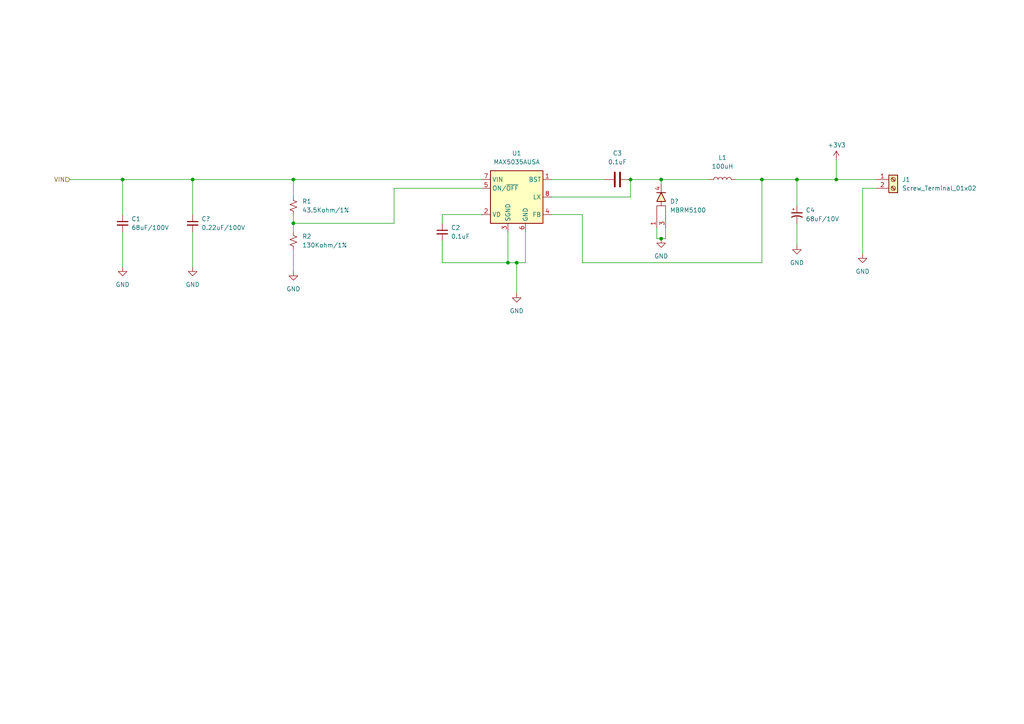
<source format=kicad_sch>
(kicad_sch (version 20210621) (generator eeschema)
  (paper "A4")
  (lib_symbols
    (symbol "Connector:Screw_Terminal_01x02" (pin_names (offset 1.016) hide)
      (property "Reference" "J" (at 0 2.54 0))
      (property "Value" "Screw_Terminal_01x02" (at 0 -5.08 0))
      (symbol "Screw_Terminal_01x02_1_1"
        (circle (center 0 -2.54) (radius 0.635) (stroke (width 0.1524)))
        (circle (center 0 0) (radius 0.635) (stroke (width 0.1524)))
        (rectangle (start -1.27 1.27) (end 1.27 -3.81) (stroke (width 0.254)) (fill (type background)))
        (polyline (pts (xy -0.5334 -2.2098) (xy 0.3302 -3.048)) (stroke (width 0.1524)))
        (polyline (pts (xy -0.5334 0.3302) (xy 0.3302 -0.508)) (stroke (width 0.1524)))
        (polyline (pts (xy -0.3556 -2.032) (xy 0.508 -2.8702)) (stroke (width 0.1524)))
        (polyline (pts (xy -0.3556 0.508) (xy 0.508 -0.3302)) (stroke (width 0.1524)))
        (pin passive line (at -5.08 0 0) (length 3.81) (name "Pin_1") (number "1"))
        (pin passive line (at -5.08 -2.54 0) (length 3.81) (name "Pin_2") (number "2"))
      )
    )
    (symbol "Device:C" (pin_numbers hide) (pin_names (offset 0.254))
      (property "Reference" "C" (at 0.635 2.54 0))
      (property "Value" "C" (at 0.635 -2.54 0))
      (symbol "C_0_1"
        (polyline (pts (xy -2.032 -0.762) (xy 2.032 -0.762)) (stroke (width 0.508)))
        (polyline (pts (xy -2.032 0.762) (xy 2.032 0.762)) (stroke (width 0.508)))
      )
      (symbol "C_1_1"
        (pin passive line (at 0 3.81 270) (length 2.794) (name "~") (number "1"))
        (pin passive line (at 0 -3.81 90) (length 2.794) (name "~") (number "2"))
      )
    )
    (symbol "Device:C_Polarized_Small_US" (pin_numbers hide) (pin_names (offset 0.254) hide)
      (property "Reference" "C" (at 0.254 1.778 0))
      (property "Value" "C_Polarized_Small_US" (at 0.254 -2.032 0))
      (symbol "C_Polarized_Small_US_0_1"
        (arc (start -1.524 -0.762) (end 1.524 -0.762) (radius (at 0 -3.556) (length 3.175) (angles 118.6 61.4)) (stroke (width 0.3048)))
        (polyline (pts (xy -1.524 0.508) (xy 1.524 0.508)) (stroke (width 0.3048)))
        (polyline (pts (xy -1.27 1.524) (xy -0.762 1.524)))
        (polyline (pts (xy -1.016 1.27) (xy -1.016 1.778)))
      )
      (symbol "C_Polarized_Small_US_1_1"
        (pin passive line (at 0 2.54 270) (length 2.032) (name "~") (number "1"))
        (pin passive line (at 0 -2.54 90) (length 2.032) (name "~") (number "2"))
      )
    )
    (symbol "Device:C_Small" (pin_numbers hide) (pin_names (offset 0.254) hide)
      (property "Reference" "C" (at 0.254 1.778 0))
      (property "Value" "C_Small" (at 0.254 -2.032 0))
      (symbol "C_Small_0_1"
        (polyline (pts (xy -1.524 -0.508) (xy 1.524 -0.508)) (stroke (width 0.3302)))
        (polyline (pts (xy -1.524 0.508) (xy 1.524 0.508)) (stroke (width 0.3048)))
      )
      (symbol "C_Small_1_1"
        (pin passive line (at 0 2.54 270) (length 2.032) (name "~") (number "1"))
        (pin passive line (at 0 -2.54 90) (length 2.032) (name "~") (number "2"))
      )
    )
    (symbol "Device:L" (pin_numbers hide) (pin_names (offset 1.016) hide)
      (property "Reference" "L" (at -1.27 0 90))
      (property "Value" "L" (at 1.905 0 90))
      (symbol "L_0_1"
        (arc (start 0 -2.54) (end 0 -1.27) (radius (at 0 -1.905) (length 0.635) (angles -89.9 89.9)))
        (arc (start 0 -1.27) (end 0 0) (radius (at 0 -0.635) (length 0.635) (angles -89.9 89.9)))
        (arc (start 0 0) (end 0 1.27) (radius (at 0 0.635) (length 0.635) (angles -89.9 89.9)))
        (arc (start 0 1.27) (end 0 2.54) (radius (at 0 1.905) (length 0.635) (angles -89.9 89.9)))
      )
      (symbol "L_1_1"
        (pin passive line (at 0 3.81 270) (length 1.27) (name "1") (number "1"))
        (pin passive line (at 0 -3.81 90) (length 1.27) (name "2") (number "2"))
      )
    )
    (symbol "Device:R_Small_US" (pin_numbers hide) (pin_names (offset 0.254) hide)
      (property "Reference" "R" (at 0.762 0.508 0))
      (property "Value" "R_Small_US" (at 0.762 -1.016 0))
      (symbol "R_Small_US_1_1"
        (polyline (pts (xy 0 0) (xy 1.016 -0.381) (xy 0 -0.762) (xy -1.016 -1.143) (xy 0 -1.524)))
        (polyline (pts (xy 0 1.524) (xy 1.016 1.143) (xy 0 0.762) (xy -1.016 0.381) (xy 0 0)))
        (pin passive line (at 0 2.54 270) (length 1.016) (name "~") (number "1"))
        (pin passive line (at 0 -2.54 90) (length 1.016) (name "~") (number "2"))
      )
    )
    (symbol "Halfgelijders:diode4" (pin_names (offset 1.016))
      (property "Reference" "D" (at 2.54 3.81 0))
      (property "Value" "diode4" (at -5.08 2.54 0))
      (symbol "diode4_1_1"
        (polyline (pts (xy 0 3.81) (xy 0 2.54)))
        (polyline (pts (xy 1.27 6.35) (xy -1.27 6.35)) (stroke (width 0.254)))
        (polyline (pts (xy -1.27 -1.27) (xy -1.27 2.54) (xy 1.27 2.54) (xy 1.27 -1.27)))
        (polyline (pts (xy 1.27 3.81) (xy -1.27 3.81) (xy 0 6.35) (xy 1.27 3.81)) (stroke (width 0.254)) (fill (type background)))
        (pin input line (at -1.27 -3.81 90) (length 2.54) (name "~") (number "1"))
        (pin input line (at 1.27 -3.81 90) (length 2.54) (name "~") (number "3"))
        (pin input line (at 0 8.89 270) (length 2.54) (name "~") (number "4"))
      )
    )
    (symbol "Regulator_Switching:MAX5035AUSA"
      (property "Reference" "U" (at -7.62 8.89 0))
      (property "Value" "MAX5035AUSA" (at -2.54 8.89 0))
      (symbol "MAX5035AUSA_0_1"
        (rectangle (start -7.62 7.62) (end 7.62 -7.62) (stroke (width 0.254)) (fill (type background)))
      )
      (symbol "MAX5035AUSA_1_1"
        (pin passive line (at 10.16 5.08 180) (length 2.54) (name "BST") (number "1"))
        (pin passive line (at -10.16 -5.08 0) (length 2.54) (name "VD") (number "2"))
        (pin power_in line (at -2.54 -10.16 90) (length 2.54) (name "SGND") (number "3"))
        (pin input line (at 10.16 -5.08 180) (length 2.54) (name "FB") (number "4"))
        (pin input line (at -10.16 2.54 0) (length 2.54) (name "ON/~{OFF}") (number "5"))
        (pin power_in line (at 2.54 -10.16 90) (length 2.54) (name "GND") (number "6"))
        (pin power_in line (at -10.16 5.08 0) (length 2.54) (name "VIN") (number "7"))
        (pin output line (at 10.16 0 180) (length 2.54) (name "LX") (number "8"))
      )
    )
    (symbol "power:+3V3" (power) (pin_names (offset 0))
      (property "Value" "+3V3" (at 0 3.556 0))
      (symbol "+3V3_0_1"
        (polyline (pts (xy -0.762 1.27) (xy 0 2.54)))
        (polyline (pts (xy 0 0) (xy 0 2.54)))
        (polyline (pts (xy 0 2.54) (xy 0.762 1.27)))
      )
      (symbol "+3V3_1_1"
        (pin power_in line (at 0 0 90) (length 0) hide (name "+3V3") (number "1"))
      )
    )
    (symbol "power:GND" (power) (pin_names (offset 0))
      (property "Value" "GND" (at 0 -3.81 0))
      (symbol "GND_0_1"
        (polyline (pts (xy 0 0) (xy 0 -1.27) (xy 1.27 -1.27) (xy 0 -2.54) (xy -1.27 -1.27) (xy 0 -1.27)))
      )
      (symbol "GND_1_1"
        (pin power_in line (at 0 0 270) (length 0) hide (name "GND") (number "1"))
      )
    )
  )
  (junction (at 35.56 52.07) (diameter 0.9144))
  (junction (at 55.88 52.07) (diameter 0.9144))
  (junction (at 85.09 52.07) (diameter 0.9144))
  (junction (at 85.09 64.77) (diameter 0.9144))
  (junction (at 147.32 76.2) (diameter 0.9144))
  (junction (at 149.86 76.2) (diameter 0.9144))
  (junction (at 182.88 52.07) (diameter 0.9144))
  (junction (at 191.77 52.07) (diameter 0.9144))
  (junction (at 191.77 69.215) (diameter 0.9144))
  (junction (at 220.98 52.07) (diameter 0.9144))
  (junction (at 231.14 52.07) (diameter 0.9144))
  (junction (at 242.57 52.07) (diameter 0.9144))
  (wire (pts (xy 20.32 52.07) (xy 35.56 52.07)))
  (wire (pts (xy 35.56 52.07) (xy 35.56 62.23)))
  (wire (pts (xy 35.56 52.07) (xy 55.88 52.07)))
  (wire (pts (xy 35.56 67.31) (xy 35.56 77.47)))
  (wire (pts (xy 55.88 52.07) (xy 55.88 62.23)))
  (wire (pts (xy 55.88 52.07) (xy 85.09 52.07)))
  (wire (pts (xy 55.88 67.31) (xy 55.88 77.47)))
  (wire (pts (xy 85.09 52.07) (xy 85.09 57.15)))
  (wire (pts (xy 85.09 52.07) (xy 139.7 52.07)))
  (wire (pts (xy 85.09 62.23) (xy 85.09 64.77)))
  (wire (pts (xy 85.09 64.77) (xy 85.09 67.31)))
  (wire (pts (xy 85.09 72.39) (xy 85.09 78.74)))
  (wire (pts (xy 114.3 54.61) (xy 114.3 64.77)))
  (wire (pts (xy 114.3 64.77) (xy 85.09 64.77)))
  (wire (pts (xy 128.27 62.23) (xy 139.7 62.23)))
  (wire (pts (xy 128.27 64.77) (xy 128.27 62.23)))
  (wire (pts (xy 128.27 76.2) (xy 128.27 69.85)))
  (wire (pts (xy 139.7 54.61) (xy 114.3 54.61)))
  (wire (pts (xy 147.32 76.2) (xy 128.27 76.2)))
  (wire (pts (xy 147.32 76.2) (xy 147.32 67.31)))
  (wire (pts (xy 149.86 76.2) (xy 147.32 76.2)))
  (wire (pts (xy 149.86 76.2) (xy 152.4 76.2)))
  (wire (pts (xy 149.86 85.09) (xy 149.86 76.2)))
  (wire (pts (xy 152.4 76.2) (xy 152.4 67.31)))
  (wire (pts (xy 160.02 52.07) (xy 175.26 52.07)))
  (wire (pts (xy 160.02 57.15) (xy 182.88 57.15)))
  (wire (pts (xy 160.02 62.23) (xy 168.91 62.23)))
  (wire (pts (xy 168.91 62.23) (xy 168.91 76.2)))
  (wire (pts (xy 168.91 76.2) (xy 220.98 76.2)))
  (wire (pts (xy 182.88 52.07) (xy 191.77 52.07)))
  (wire (pts (xy 182.88 57.15) (xy 182.88 52.07)))
  (wire (pts (xy 190.5 69.215) (xy 190.5 66.04)))
  (wire (pts (xy 191.77 52.07) (xy 205.74 52.07)))
  (wire (pts (xy 191.77 53.34) (xy 191.77 52.07)))
  (wire (pts (xy 191.77 69.215) (xy 190.5 69.215)))
  (wire (pts (xy 191.77 69.215) (xy 193.04 69.215)))
  (wire (pts (xy 193.04 69.215) (xy 193.04 66.04)))
  (wire (pts (xy 220.98 52.07) (xy 213.36 52.07)))
  (wire (pts (xy 220.98 52.07) (xy 231.14 52.07)))
  (wire (pts (xy 220.98 76.2) (xy 220.98 52.07)))
  (wire (pts (xy 231.14 52.07) (xy 231.14 59.69)))
  (wire (pts (xy 231.14 52.07) (xy 242.57 52.07)))
  (wire (pts (xy 231.14 64.77) (xy 231.14 71.12)))
  (wire (pts (xy 242.57 46.355) (xy 242.57 52.07)))
  (wire (pts (xy 242.57 52.07) (xy 254 52.07)))
  (wire (pts (xy 250.19 54.61) (xy 250.19 73.66)))
  (wire (pts (xy 254 54.61) (xy 250.19 54.61)))
  (hierarchical_label "VIN" (shape input) (at 20.32 52.07 180))
  (symbol (lib_id "power:+3V3") (at 242.57 46.355 0) (unit 1)
    (property "Reference" "#PWR0112" (effects hide))
    (property "Value" "+3V3" (at 240.03 42.1004 0) (effects (justify left)))
  )
  (symbol (lib_id "power:GND") (at 35.56 77.47 0) (unit 1)
    (property "Reference" "#PWR0104" (effects hide))
    (property "Value" "GND" (at 35.56 82.55 0))
  )
  (symbol (lib_id "power:GND") (at 55.88 77.47 0) (unit 1)
    (property "Reference" "#PWR0110" (effects hide))
    (property "Value" "GND" (at 55.88 82.55 0))
  )
  (symbol (lib_id "power:GND") (at 85.09 78.74 0) (unit 1)
    (property "Reference" "#PWR0102" (effects hide))
    (property "Value" "GND" (at 85.09 83.82 0))
  )
  (symbol (lib_id "power:GND") (at 149.86 85.09 0) (unit 1)
    (property "Reference" "#PWR0111" (effects hide))
    (property "Value" "GND" (at 149.86 90.17 0))
  )
  (symbol (lib_id "power:GND") (at 191.77 69.215 0) (unit 1)
    (property "Reference" "#PWR0105" (effects hide))
    (property "Value" "GND" (at 191.77 74.295 0))
  )
  (symbol (lib_id "power:GND") (at 231.14 71.12 0) (unit 1)
    (property "Reference" "#PWR0106" (effects hide))
    (property "Value" "GND" (at 231.14 76.2 0))
  )
  (symbol (lib_id "power:GND") (at 250.19 73.66 0) (unit 1)
    (property "Reference" "#PWR0107" (effects hide))
    (property "Value" "GND" (at 250.19 78.74 0))
  )
  (symbol (lib_id "Device:L") (at 209.55 52.07 90) (unit 1)
    (property "Reference" "L1" (at 209.55 45.72 90))
    (property "Value" "100uH" (at 209.55 48.26 90))
  )
  (symbol (lib_id "Device:R_Small_US") (at 85.09 59.69 0) (unit 1)
    (property "Reference" "R1" (at 87.63 58.4199 0) (effects (justify left)))
    (property "Value" "43.5Kohm/1%" (at 87.63 60.9599 0) (effects (justify left)))
  )
  (symbol (lib_id "Device:R_Small_US") (at 85.09 69.85 0) (unit 1)
    (property "Reference" "R2" (at 87.63 68.5799 0) (effects (justify left)))
    (property "Value" "130Kohm/1%" (at 87.63 71.1199 0) (effects (justify left)))
  )
  (symbol (lib_id "Device:C_Polarized_Small_US") (at 231.14 62.23 0) (unit 1)
    (property "Reference" "C4" (at 233.68 60.9599 0) (effects (justify left)))
    (property "Value" "68uF/10V" (at 233.68 63.4999 0) (effects (justify left)))
  )
  (symbol (lib_id "Device:C_Small") (at 35.56 64.77 0) (unit 1)
    (property "Reference" "C1" (at 38.1 63.4999 0) (effects (justify left)))
    (property "Value" "68uF/100V" (at 38.1 66.0399 0) (effects (justify left)))
  )
  (symbol (lib_id "Device:C_Small") (at 55.88 64.77 0) (unit 1)
    (property "Reference" "C?" (at 58.42 63.4999 0) (effects (justify left)))
    (property "Value" "0.22uF/100V" (at 58.42 66.0399 0) (effects (justify left)))
  )
  (symbol (lib_id "Device:C_Small") (at 128.27 67.31 0) (unit 1)
    (property "Reference" "C2" (at 130.81 66.0399 0) (effects (justify left)))
    (property "Value" "0.1uF" (at 130.81 68.5799 0) (effects (justify left)))
  )
  (symbol (lib_id "Connector:Screw_Terminal_01x02") (at 259.08 52.07 0) (unit 1)
    (property "Reference" "J1" (at 261.62 52.0699 0) (effects (justify left)))
    (property "Value" "Screw_Terminal_01x02" (at 261.62 54.6099 0) (effects (justify left)))
  )
  (symbol (lib_id "Device:C") (at 179.07 52.07 90) (unit 1)
    (property "Reference" "C3" (at 179.07 44.45 90))
    (property "Value" "0.1uF" (at 179.07 46.99 90))
  )
  (symbol (lib_id "Halfgelijders:diode4") (at 191.77 62.23 0) (unit 1)
    (property "Reference" "D?" (at 194.31 58.4199 0) (effects (justify left)))
    (property "Value" "MBRM5100" (at 194.31 60.9599 0) (effects (justify left)))
    (property "Footprint" "halfgeleiders:DPAK" (effects hide))
  )
  (symbol (lib_id "Regulator_Switching:MAX5035AUSA") (at 149.86 57.15 0) (unit 1)
    (property "Reference" "U1" (at 149.86 44.45 0))
    (property "Value" "MAX5035AUSA" (at 149.86 46.99 0))
    (property "Footprint" "Package_SO:SOIC-8_3.9x4.9mm_P1.27mm" (effects hide))
    (property "Datasheet" "http://datasheets.maximintegrated.com/en/ds/MAX5035.pdf" (effects hide))
  )
)
</source>
